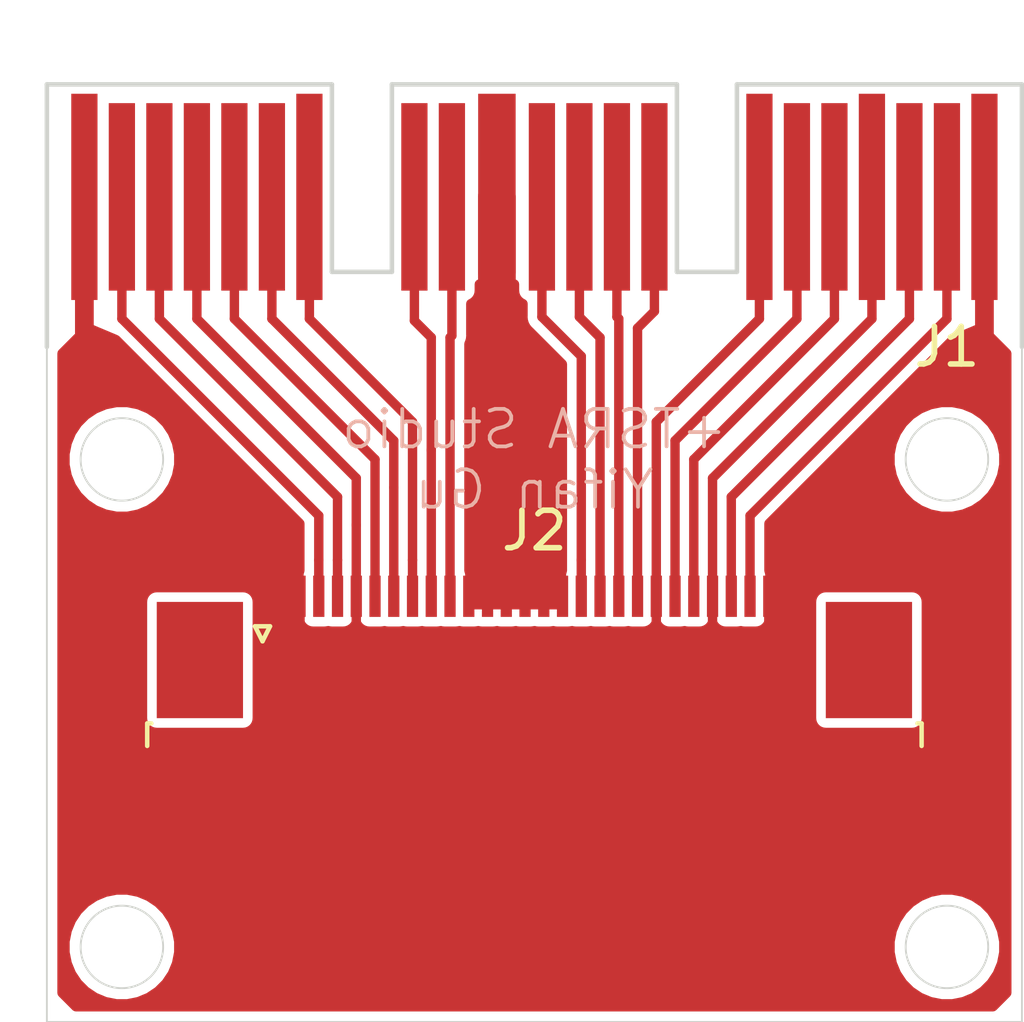
<source format=kicad_pcb>
(kicad_pcb (version 20171130) (host pcbnew "(5.1.6)-1")

  (general
    (thickness 1.6)
    (drawings 8)
    (tracks 78)
    (zones 0)
    (modules 2)
    (nets 18)
  )

  (page A4)
  (title_block
    (title "CFExpress - M.2 Adapter - CFExpress End")
    (date 2020-07-28)
    (rev 2)
  )

  (layers
    (0 F.Cu signal)
    (31 B.Cu signal)
    (32 B.Adhes user)
    (33 F.Adhes user)
    (34 B.Paste user)
    (35 F.Paste user)
    (36 B.SilkS user)
    (37 F.SilkS user)
    (38 B.Mask user)
    (39 F.Mask user)
    (40 Dwgs.User user)
    (41 Cmts.User user)
    (42 Eco1.User user)
    (43 Eco2.User user)
    (44 Edge.Cuts user)
    (45 Margin user)
    (46 B.CrtYd user)
    (47 F.CrtYd user)
    (48 B.Fab user)
    (49 F.Fab user)
  )

  (setup
    (last_trace_width 0.25)
    (user_trace_width 0.25)
    (user_trace_width 0.5)
    (user_trace_width 1)
    (trace_clearance 0.2)
    (zone_clearance 0.254)
    (zone_45_only no)
    (trace_min 0.2)
    (via_size 0.8)
    (via_drill 0.4)
    (via_min_size 0.45)
    (via_min_drill 0.254)
    (user_via 0.508 0.254)
    (user_via 0.8 0.4)
    (uvia_size 0.3)
    (uvia_drill 0.1)
    (uvias_allowed no)
    (uvia_min_size 0.2)
    (uvia_min_drill 0.1)
    (edge_width 0.05)
    (segment_width 0.2)
    (pcb_text_width 0.3)
    (pcb_text_size 1.5 1.5)
    (mod_edge_width 0.12)
    (mod_text_size 1 1)
    (mod_text_width 0.15)
    (pad_size 1.524 1.524)
    (pad_drill 0.762)
    (pad_to_mask_clearance 0.05)
    (aux_axis_origin 0 0)
    (visible_elements 7FFFFFFF)
    (pcbplotparams
      (layerselection 0x010fc_ffffffff)
      (usegerberextensions true)
      (usegerberattributes true)
      (usegerberadvancedattributes true)
      (creategerberjobfile false)
      (excludeedgelayer true)
      (linewidth 0.100000)
      (plotframeref false)
      (viasonmask false)
      (mode 1)
      (useauxorigin false)
      (hpglpennumber 1)
      (hpglpenspeed 20)
      (hpglpendiameter 15.000000)
      (psnegative false)
      (psa4output false)
      (plotreference true)
      (plotvalue true)
      (plotinvisibletext false)
      (padsonsilk false)
      (subtractmaskfromsilk false)
      (outputformat 1)
      (mirror false)
      (drillshape 0)
      (scaleselection 1)
      (outputdirectory "drill/"))
  )

  (net 0 "")
  (net 1 "Net-(J1-Pad19)")
  (net 2 "Net-(J1-Pad17)")
  (net 3 "Net-(J1-Pad16)")
  (net 4 "Net-(J1-Pad14)")
  (net 5 "Net-(J1-Pad13)")
  (net 6 "Net-(J1-Pad12)")
  (net 7 "Net-(J1-Pad11)")
  (net 8 "Net-(J1-Pad9)")
  (net 9 "Net-(J1-Pad8)")
  (net 10 "Net-(J1-Pad7)")
  (net 11 "Net-(J1-Pad6)")
  (net 12 "Net-(J1-Pad5)")
  (net 13 "Net-(J1-Pad3)")
  (net 14 "Net-(J1-Pad2)")
  (net 15 "Net-(J1-Pad20)")
  (net 16 GND)
  (net 17 +3V3)

  (net_class Default "This is the default net class."
    (clearance 0.2)
    (trace_width 0.25)
    (via_dia 0.8)
    (via_drill 0.4)
    (uvia_dia 0.3)
    (uvia_drill 0.1)
    (add_net +3V3)
    (add_net GND)
    (add_net "Net-(J1-Pad11)")
    (add_net "Net-(J1-Pad12)")
    (add_net "Net-(J1-Pad13)")
    (add_net "Net-(J1-Pad14)")
    (add_net "Net-(J1-Pad16)")
    (add_net "Net-(J1-Pad17)")
    (add_net "Net-(J1-Pad19)")
    (add_net "Net-(J1-Pad2)")
    (add_net "Net-(J1-Pad20)")
    (add_net "Net-(J1-Pad3)")
    (add_net "Net-(J1-Pad5)")
    (add_net "Net-(J1-Pad6)")
    (add_net "Net-(J1-Pad7)")
    (add_net "Net-(J1-Pad8)")
    (add_net "Net-(J1-Pad9)")
  )

  (module cfxnvme:CFExpress_Media (layer F.Cu) (tedit 5F247D15) (tstamp 5F1CC790)
    (at 49 48)
    (path /5F1D0AE9)
    (fp_text reference J1 (at 25 9) (layer F.SilkS)
      (effects (font (size 1 1) (thickness 0.15)))
    )
    (fp_text value CFExpress_Media (at 8 9) (layer F.Fab)
      (effects (font (size 1 1) (thickness 0.15)))
    )
    (fp_line (start 27 2) (end 27 9) (layer Edge.Cuts) (width 0.12))
    (fp_line (start 19.4 2) (end 27 2) (layer Edge.Cuts) (width 0.12))
    (fp_line (start 19.4 7) (end 19.4 2) (layer Edge.Cuts) (width 0.12))
    (fp_line (start 17.8 7) (end 19.4 7) (layer Edge.Cuts) (width 0.12))
    (fp_line (start 17.8 2) (end 17.8 7) (layer Edge.Cuts) (width 0.12))
    (fp_line (start 10.2 2) (end 17.8 2) (layer Edge.Cuts) (width 0.12))
    (fp_line (start 10.2 7) (end 10.2 2) (layer Edge.Cuts) (width 0.12))
    (fp_line (start 8.6 7) (end 10.2 7) (layer Edge.Cuts) (width 0.12))
    (fp_line (start 8.6 2) (end 8.6 7) (layer Edge.Cuts) (width 0.12))
    (fp_line (start 1 2) (end 8.6 2) (layer Edge.Cuts) (width 0.12))
    (fp_line (start 1 9) (end 1 2) (layer Edge.Cuts) (width 0.12))
    (pad 20 connect rect (at 25 5) (size 0.7 5) (layers F.Cu F.Mask)
      (net 15 "Net-(J1-Pad20)"))
    (pad 1 connect rect (at 2 5) (size 0.7 5.5) (layers F.Cu F.Mask)
      (net 16 GND))
    (pad 2 connect rect (at 3 5) (size 0.7 5) (layers F.Cu F.Mask)
      (net 14 "Net-(J1-Pad2)"))
    (pad 3 connect rect (at 4 5) (size 0.7 5) (layers F.Cu F.Mask)
      (net 13 "Net-(J1-Pad3)"))
    (pad 4 connect rect (at 5 5) (size 0.7 5) (layers F.Cu F.Mask)
      (net 16 GND))
    (pad 5 connect rect (at 6 5) (size 0.7 5) (layers F.Cu F.Mask)
      (net 12 "Net-(J1-Pad5)"))
    (pad 6 connect rect (at 7 5) (size 0.7 5) (layers F.Cu F.Mask)
      (net 11 "Net-(J1-Pad6)"))
    (pad 7 connect rect (at 8 5) (size 0.7 5.5) (layers F.Cu F.Mask)
      (net 10 "Net-(J1-Pad7)"))
    (pad 8 connect rect (at 10.8 5) (size 0.7 5) (layers F.Cu F.Mask)
      (net 9 "Net-(J1-Pad8)"))
    (pad 9 connect rect (at 11.8 5) (size 0.7 5) (layers F.Cu F.Mask)
      (net 8 "Net-(J1-Pad9)"))
    (pad 10 connect rect (at 13 5) (size 1 5.5) (layers F.Cu F.Mask)
      (net 17 +3V3))
    (pad 11 connect rect (at 14.2 5) (size 0.7 5) (layers F.Cu F.Mask)
      (net 7 "Net-(J1-Pad11)"))
    (pad 12 connect rect (at 15.2 5) (size 0.7 5) (layers F.Cu F.Mask)
      (net 6 "Net-(J1-Pad12)"))
    (pad 13 connect rect (at 16.2 5) (size 0.7 5) (layers F.Cu F.Mask)
      (net 5 "Net-(J1-Pad13)"))
    (pad 14 connect rect (at 17.2 5) (size 0.7 5) (layers F.Cu F.Mask)
      (net 4 "Net-(J1-Pad14)"))
    (pad 15 connect rect (at 20 5) (size 0.7 5.5) (layers F.Cu F.Mask)
      (net 16 GND))
    (pad 16 connect rect (at 21 5) (size 0.7 5) (layers F.Cu F.Mask)
      (net 3 "Net-(J1-Pad16)"))
    (pad 17 connect rect (at 22 5) (size 0.7 5) (layers F.Cu F.Mask)
      (net 2 "Net-(J1-Pad17)"))
    (pad 18 connect rect (at 23 5) (size 0.7 5.5) (layers F.Cu F.Mask)
      (net 16 GND))
    (pad 19 connect rect (at 24 5) (size 0.7 5) (layers F.Cu F.Mask)
      (net 1 "Net-(J1-Pad19)"))
    (pad 21 connect rect (at 26 5) (size 0.7 5.5) (layers F.Cu F.Mask)
      (net 16 GND))
  )

  (module Connector_FFC-FPC:TE_3-1734839-0_1x30-1MP_P0.5mm_Horizontal (layer F.Cu) (tedit 5DB5C65C) (tstamp 5F1CC7D1)
    (at 63 65)
    (descr "TE FPC connector, 30 top-side contacts, 0.5mm pitch, SMT, https://www.te.com/commerce/DocumentDelivery/DDEController?Action=showdoc&DocId=Customer+Drawing%7F1734839%7FC%7Fpdf%7FEnglish%7FENG_CD_1734839_C_C_1734839.pdf%7F4-1734839-0")
    (tags "te fpc 1734839")
    (path /5F21BE61)
    (attr smd)
    (fp_text reference J2 (at 0 -3.1) (layer F.SilkS)
      (effects (font (size 1 1) (thickness 0.15)))
    )
    (fp_text value Conn_01x30_Female (at 0 3.25) (layer Dwgs.User)
      (effects (font (size 0.5 0.5) (thickness 0.08)))
    )
    (fp_line (start 10.72 -2.4) (end -10.72 -2.4) (layer F.CrtYd) (width 0.05))
    (fp_line (start 10.72 4.25) (end 10.72 -2.4) (layer F.CrtYd) (width 0.05))
    (fp_line (start -10.72 4.25) (end 10.72 4.25) (layer F.CrtYd) (width 0.05))
    (fp_line (start -10.72 -2.4) (end -10.72 4.25) (layer F.CrtYd) (width 0.05))
    (fp_line (start 10.105 2.75) (end -10.105 2.75) (layer Dwgs.User) (width 0.1))
    (fp_line (start -7.05 -0.55) (end -7.45 -0.55) (layer F.SilkS) (width 0.12))
    (fp_line (start -7.25 -0.15) (end -7.05 -0.55) (layer F.SilkS) (width 0.12))
    (fp_line (start -7.45 -0.55) (end -7.25 -0.15) (layer F.SilkS) (width 0.12))
    (fp_line (start 10.325 2.04) (end 10.325 2.64) (layer F.SilkS) (width 0.12))
    (fp_line (start 10.215 2.04) (end 10.325 2.04) (layer F.SilkS) (width 0.12))
    (fp_line (start -10.325 2.04) (end -10.325 2.64) (layer F.SilkS) (width 0.12))
    (fp_line (start -10.215 2.04) (end -10.325 2.04) (layer F.SilkS) (width 0.12))
    (fp_line (start -7.25 0.15) (end -6.85 -0.65) (layer F.Fab) (width 0.1))
    (fp_line (start -7.65 -0.65) (end -7.25 0.15) (layer F.Fab) (width 0.1))
    (fp_line (start -9.56 2.15) (end -9.56 -0.65) (layer F.Fab) (width 0.1))
    (fp_line (start -10.215 2.15) (end -9.56 2.15) (layer F.Fab) (width 0.1))
    (fp_line (start -10.215 3.75) (end -10.215 2.15) (layer F.Fab) (width 0.1))
    (fp_line (start 10.215 3.75) (end -10.215 3.75) (layer F.Fab) (width 0.1))
    (fp_line (start 10.215 2.15) (end 10.215 3.75) (layer F.Fab) (width 0.1))
    (fp_line (start 9.56 2.15) (end 10.215 2.15) (layer F.Fab) (width 0.1))
    (fp_line (start 9.56 -0.65) (end 9.56 2.15) (layer F.Fab) (width 0.1))
    (fp_line (start -9.56 -0.65) (end 9.56 -0.65) (layer F.Fab) (width 0.1))
    (fp_text user %R (at 0 1.55) (layer F.Fab)
      (effects (font (size 1 1) (thickness 0.15)))
    )
    (pad MP smd rect (at 8.92 0.35) (size 2.3 3.1) (layers F.Cu F.Paste F.Mask))
    (pad MP smd rect (at -8.92 0.35) (size 2.3 3.1) (layers F.Cu F.Paste F.Mask))
    (pad 30 smd rect (at 7.25 -1.35) (size 0.3 1.1) (layers F.Cu F.Paste F.Mask)
      (net 16 GND))
    (pad 29 smd rect (at 6.75 -1.35) (size 0.3 1.1) (layers F.Cu F.Paste F.Mask)
      (net 16 GND))
    (pad 28 smd rect (at 6.25 -1.35) (size 0.3 1.1) (layers F.Cu F.Paste F.Mask)
      (net 16 GND))
    (pad 27 smd rect (at 5.75 -1.35) (size 0.3 1.1) (layers F.Cu F.Paste F.Mask)
      (net 15 "Net-(J1-Pad20)"))
    (pad 26 smd rect (at 5.25 -1.35) (size 0.3 1.1) (layers F.Cu F.Paste F.Mask)
      (net 1 "Net-(J1-Pad19)"))
    (pad 25 smd rect (at 4.75 -1.35) (size 0.3 1.1) (layers F.Cu F.Paste F.Mask)
      (net 16 GND))
    (pad 24 smd rect (at 4.25 -1.35) (size 0.3 1.1) (layers F.Cu F.Paste F.Mask)
      (net 2 "Net-(J1-Pad17)"))
    (pad 23 smd rect (at 3.75 -1.35) (size 0.3 1.1) (layers F.Cu F.Paste F.Mask)
      (net 3 "Net-(J1-Pad16)"))
    (pad 22 smd rect (at 3.25 -1.35) (size 0.3 1.1) (layers F.Cu F.Paste F.Mask)
      (net 16 GND))
    (pad 21 smd rect (at 2.75 -1.35) (size 0.3 1.1) (layers F.Cu F.Paste F.Mask)
      (net 4 "Net-(J1-Pad14)"))
    (pad 20 smd rect (at 2.25 -1.35) (size 0.3 1.1) (layers F.Cu F.Paste F.Mask)
      (net 5 "Net-(J1-Pad13)"))
    (pad 19 smd rect (at 1.75 -1.35) (size 0.3 1.1) (layers F.Cu F.Paste F.Mask)
      (net 6 "Net-(J1-Pad12)"))
    (pad 18 smd rect (at 1.25 -1.35) (size 0.3 1.1) (layers F.Cu F.Paste F.Mask)
      (net 7 "Net-(J1-Pad11)"))
    (pad 17 smd rect (at 0.75 -1.35) (size 0.3 1.1) (layers F.Cu F.Paste F.Mask)
      (net 17 +3V3))
    (pad 16 smd rect (at 0.25 -1.35) (size 0.3 1.1) (layers F.Cu F.Paste F.Mask)
      (net 17 +3V3))
    (pad 15 smd rect (at -0.25 -1.35) (size 0.3 1.1) (layers F.Cu F.Paste F.Mask)
      (net 17 +3V3))
    (pad 14 smd rect (at -0.75 -1.35) (size 0.3 1.1) (layers F.Cu F.Paste F.Mask)
      (net 17 +3V3))
    (pad 13 smd rect (at -1.25 -1.35) (size 0.3 1.1) (layers F.Cu F.Paste F.Mask)
      (net 17 +3V3))
    (pad 12 smd rect (at -1.75 -1.35) (size 0.3 1.1) (layers F.Cu F.Paste F.Mask)
      (net 17 +3V3))
    (pad 11 smd rect (at -2.25 -1.35) (size 0.3 1.1) (layers F.Cu F.Paste F.Mask)
      (net 8 "Net-(J1-Pad9)"))
    (pad 10 smd rect (at -2.75 -1.35) (size 0.3 1.1) (layers F.Cu F.Paste F.Mask)
      (net 9 "Net-(J1-Pad8)"))
    (pad 9 smd rect (at -3.25 -1.35) (size 0.3 1.1) (layers F.Cu F.Paste F.Mask)
      (net 10 "Net-(J1-Pad7)"))
    (pad 8 smd rect (at -3.75 -1.35) (size 0.3 1.1) (layers F.Cu F.Paste F.Mask)
      (net 11 "Net-(J1-Pad6)"))
    (pad 7 smd rect (at -4.25 -1.35) (size 0.3 1.1) (layers F.Cu F.Paste F.Mask)
      (net 12 "Net-(J1-Pad5)"))
    (pad 6 smd rect (at -4.75 -1.35) (size 0.3 1.1) (layers F.Cu F.Paste F.Mask)
      (net 16 GND))
    (pad 5 smd rect (at -5.25 -1.35) (size 0.3 1.1) (layers F.Cu F.Paste F.Mask)
      (net 13 "Net-(J1-Pad3)"))
    (pad 4 smd rect (at -5.75 -1.35) (size 0.3 1.1) (layers F.Cu F.Paste F.Mask)
      (net 14 "Net-(J1-Pad2)"))
    (pad 3 smd rect (at -6.25 -1.35) (size 0.3 1.1) (layers F.Cu F.Paste F.Mask)
      (net 16 GND))
    (pad 2 smd rect (at -6.75 -1.35) (size 0.3 1.1) (layers F.Cu F.Paste F.Mask)
      (net 16 GND))
    (pad 1 smd rect (at -7.25 -1.35) (size 0.3 1.1) (layers F.Cu F.Paste F.Mask)
      (net 16 GND))
    (model ${KISYS3DMOD}/Connector_FFC-FPC.3dshapes/TE_3-1734839-0_1x30-1MP_P0.5mm_Horizontal.wrl
      (at (xyz 0 0 0))
      (scale (xyz 1 1 1))
      (rotate (xyz 0 0 0))
    )
  )

  (gr_circle (center 74 73) (end 75.1 73) (layer Edge.Cuts) (width 0.05))
  (gr_circle (center 52 73) (end 53.1 73) (layer Edge.Cuts) (width 0.05))
  (gr_text "+TSRA Studio\nYifan Gu" (at 63 60) (layer B.SilkS)
    (effects (font (size 1 1) (thickness 0.1)) (justify mirror))
  )
  (gr_circle (center 52 60) (end 53.1 60) (layer Edge.Cuts) (width 0.05))
  (gr_circle (center 74 60) (end 75.1 60) (layer Edge.Cuts) (width 0.05))
  (gr_line (start 76 75) (end 76 57) (angle 90) (layer Edge.Cuts) (width 0.05))
  (gr_line (start 50 75) (end 76 75) (angle 90) (layer Edge.Cuts) (width 0.05))
  (gr_line (start 50 57) (end 50 75) (angle 90) (layer Edge.Cuts) (width 0.05))

  (segment (start 73 53) (end 73 56.25) (width 0.25) (layer F.Cu) (net 1) (status 400000))
  (segment (start 73 56.25) (end 68.25 61) (width 0.25) (layer F.Cu) (net 1) (tstamp 5F1CCE9F))
  (segment (start 68.25 63.65) (end 68.25 61) (width 0.25) (layer F.Cu) (net 1))
  (segment (start 71 53) (end 71 56.25) (width 0.25) (layer F.Cu) (net 2) (status 400000))
  (segment (start 71 56.25) (end 67.25 60) (width 0.25) (layer F.Cu) (net 2) (tstamp 5F1CCE95))
  (segment (start 67.25 63.65) (end 67.25 60) (width 0.25) (layer F.Cu) (net 2))
  (segment (start 70 53) (end 70 56.25) (width 0.25) (layer F.Cu) (net 3) (status 400000))
  (segment (start 70 56.25) (end 66.75 59.5) (width 0.25) (layer F.Cu) (net 3) (tstamp 5F1CCE90))
  (segment (start 66.75 63.65) (end 66.75 59.5) (width 0.25) (layer F.Cu) (net 3))
  (segment (start 66.2 56.05) (end 66.2 53) (width 0.25) (layer F.Cu) (net 4))
  (segment (start 65.75 63.65) (end 65.75 56.5) (width 0.25) (layer F.Cu) (net 4))
  (segment (start 65.75 56.5) (end 66.2 56.05) (width 0.25) (layer F.Cu) (net 4))
  (segment (start 65.2 53) (end 65.2 56.2) (width 0.25) (layer F.Cu) (net 5) (status 400000))
  (segment (start 65.2 56.2) (end 65.25 56.25) (width 0.25) (layer F.Cu) (net 5) (tstamp 5F1CCE7F))
  (segment (start 65.25 63.65) (end 65.25 56.25) (width 0.25) (layer F.Cu) (net 5))
  (segment (start 64.2 56.2) (end 64.2 53) (width 0.25) (layer F.Cu) (net 6))
  (segment (start 64.75 63.65) (end 64.75 56.75) (width 0.25) (layer F.Cu) (net 6))
  (segment (start 64.75 56.75) (end 64.2 56.2) (width 0.25) (layer F.Cu) (net 6))
  (segment (start 63.2 53) (end 63.2 56.2) (width 0.25) (layer F.Cu) (net 7) (status 400000))
  (segment (start 63.2 56.2) (end 64.25 57.25) (width 0.25) (layer F.Cu) (net 7) (tstamp 5F1CCE76))
  (segment (start 64.25 62.685) (end 64.25 63.65) (width 0.25) (layer F.Cu) (net 7))
  (segment (start 64.25 57.25) (end 64.25 62.685) (width 0.25) (layer F.Cu) (net 7))
  (segment (start 60.8 56.7) (end 60.8 53) (width 0.25) (layer F.Cu) (net 8))
  (segment (start 60.75 63.65) (end 60.75 56.75) (width 0.25) (layer F.Cu) (net 8))
  (segment (start 60.75 56.75) (end 60.8 56.7) (width 0.25) (layer F.Cu) (net 8))
  (segment (start 59.8 53) (end 59.8 56.3) (width 0.25) (layer F.Cu) (net 9) (status 400000))
  (segment (start 59.8 56.3) (end 60.25 56.75) (width 0.25) (layer F.Cu) (net 9) (tstamp 5F1CCE48))
  (segment (start 60.25 59.75) (end 60.25 63.65) (width 0.25) (layer F.Cu) (net 9))
  (segment (start 60.25 56.75) (end 60.25 59.75) (width 0.25) (layer F.Cu) (net 9))
  (segment (start 57 53) (end 57 56.25) (width 0.25) (layer F.Cu) (net 10) (status 400000))
  (segment (start 57 56.25) (end 59.75 59) (width 0.25) (layer F.Cu) (net 10) (tstamp 5F1CCE4C))
  (segment (start 59.75 62.685) (end 59.75 63.65) (width 0.25) (layer F.Cu) (net 10))
  (segment (start 59.75 59) (end 59.75 62.685) (width 0.25) (layer F.Cu) (net 10))
  (segment (start 56 53) (end 56 56.25) (width 0.25) (layer F.Cu) (net 11) (status 400000))
  (segment (start 56 56.25) (end 59.25 59.5) (width 0.25) (layer F.Cu) (net 11) (tstamp 5F1CCE53))
  (segment (start 59.25 60.75) (end 59.25 63.65) (width 0.25) (layer F.Cu) (net 11))
  (segment (start 59.25 59.5) (end 59.25 60.75) (width 0.25) (layer F.Cu) (net 11))
  (segment (start 55 53) (end 55 56.25) (width 0.25) (layer F.Cu) (net 12) (status 400000))
  (segment (start 55 56.25) (end 58.75 60) (width 0.25) (layer F.Cu) (net 12) (tstamp 5F1CCE58))
  (segment (start 58.75 60) (end 58.75 63.65) (width 0.25) (layer F.Cu) (net 12))
  (segment (start 53 53) (end 53 56.25) (width 0.25) (layer F.Cu) (net 13) (status 400000))
  (segment (start 53 56.25) (end 57.75 61) (width 0.25) (layer F.Cu) (net 13) (tstamp 5F1CCE62))
  (segment (start 57.75 62.685) (end 57.75 63.65) (width 0.25) (layer F.Cu) (net 13))
  (segment (start 57.75 61) (end 57.75 62.685) (width 0.25) (layer F.Cu) (net 13))
  (segment (start 52 53) (end 52 56.25) (width 0.25) (layer F.Cu) (net 14) (status 400000))
  (segment (start 52 56.25) (end 57.25 61.5) (width 0.25) (layer F.Cu) (net 14) (tstamp 5F1CCE67))
  (segment (start 57.25 62.685) (end 57.25 63.65) (width 0.25) (layer F.Cu) (net 14))
  (segment (start 57.25 61.5) (end 57.25 62.685) (width 0.25) (layer F.Cu) (net 14))
  (segment (start 74 56.25) (end 74 53) (width 0.25) (layer F.Cu) (net 15))
  (segment (start 68.75 63.65) (end 68.75 61.5) (width 0.25) (layer F.Cu) (net 15))
  (segment (start 68.75 61.5) (end 74 56.25) (width 0.25) (layer F.Cu) (net 15))
  (segment (start 69 53) (end 69 56.25) (width 0.25) (layer F.Cu) (net 16) (status 400000))
  (segment (start 69 56.25) (end 66.25 59) (width 0.25) (layer F.Cu) (net 16) (tstamp 5F1CCE87))
  (segment (start 54 53) (end 54 56.25) (width 0.25) (layer F.Cu) (net 16) (status 400000))
  (segment (start 54 56.25) (end 58.25 60.5) (width 0.25) (layer F.Cu) (net 16) (tstamp 5F1CCE5D))
  (segment (start 51 53) (end 51 57.5) (width 0.5) (layer F.Cu) (net 16))
  (segment (start 75 53) (end 75 57.5) (width 0.5) (layer F.Cu) (net 16))
  (segment (start 58.25 61.75) (end 58.25 63.65) (width 0.25) (layer F.Cu) (net 16))
  (segment (start 58.25 60.5) (end 58.25 61.75) (width 0.25) (layer F.Cu) (net 16))
  (segment (start 66.25 63.65) (end 66.25 59) (width 0.25) (layer F.Cu) (net 16))
  (segment (start 72 56.25) (end 72 53) (width 0.25) (layer F.Cu) (net 16))
  (segment (start 67.75 63.65) (end 67.75 60.5) (width 0.25) (layer F.Cu) (net 16))
  (segment (start 67.75 60.5) (end 72 56.25) (width 0.25) (layer F.Cu) (net 16))
  (segment (start 66.25 64.435002) (end 66.814998 65) (width 0.25) (layer F.Cu) (net 16))
  (segment (start 66.25 63.65) (end 66.25 64.435002) (width 0.25) (layer F.Cu) (net 16))
  (segment (start 67.75 64.435002) (end 67.75 63.65) (width 0.25) (layer F.Cu) (net 16))
  (segment (start 67.185002 65) (end 67.75 64.435002) (width 0.25) (layer F.Cu) (net 16))
  (segment (start 66.814998 65) (end 67.185002 65) (width 0.25) (layer F.Cu) (net 16))
  (segment (start 69.25 64.435002) (end 69.25 63.65) (width 0.25) (layer F.Cu) (net 16))
  (segment (start 68.685002 65) (end 69.25 64.435002) (width 0.25) (layer F.Cu) (net 16))
  (segment (start 67.185002 65) (end 68.685002 65) (width 0.25) (layer F.Cu) (net 16))
  (segment (start 58.25 63.65) (end 58.25 64.75) (width 0.25) (layer F.Cu) (net 16))
  (segment (start 58.25 64.75) (end 58 65) (width 0.25) (layer F.Cu) (net 16))
  (segment (start 56.75 63.65) (end 56.75 64.75) (width 0.25) (layer F.Cu) (net 16))
  (segment (start 56.75 64.75) (end 57 65) (width 0.25) (layer F.Cu) (net 16))
  (segment (start 57 65) (end 58 65) (width 0.25) (layer F.Cu) (net 16))
  (segment (start 62 53) (end 62 55) (width 1) (layer F.Cu) (net 17))
  (segment (start 62 53) (end 62 58.25) (width 1) (layer F.Cu) (net 17))

  (zone (net 16) (net_name GND) (layer F.Cu) (tstamp 5F25082E) (hatch edge 0.508)
    (connect_pads yes (clearance 0.254))
    (min_thickness 0.254)
    (fill yes (arc_segments 32) (thermal_gap 1) (thermal_bridge_width 1) (smoothing chamfer) (radius 1))
    (polygon
      (pts
        (xy 76 75) (xy 50 75) (xy 50 56.4) (xy 52.2 56.4) (xy 57.2 61.5)
        (xy 57.2 62.8) (xy 68.8 62.8) (xy 68.8 61.5) (xy 73.8 56.4) (xy 76 56.4)
      )
    )
    (filled_polygon
      (pts
        (xy 51.841679 56.80727) (xy 56.744 61.709592) (xy 56.744001 62.660137) (xy 56.744 62.660147) (xy 56.744 62.96107)
        (xy 56.724513 63.025311) (xy 56.717157 63.1) (xy 56.717157 64.2) (xy 56.724513 64.274689) (xy 56.746299 64.346508)
        (xy 56.781678 64.412696) (xy 56.829289 64.470711) (xy 56.887304 64.518322) (xy 56.953492 64.553701) (xy 57.025311 64.575487)
        (xy 57.1 64.582843) (xy 57.4 64.582843) (xy 57.474689 64.575487) (xy 57.5 64.567809) (xy 57.525311 64.575487)
        (xy 57.6 64.582843) (xy 57.9 64.582843) (xy 57.974689 64.575487) (xy 58.046508 64.553701) (xy 58.112696 64.518322)
        (xy 58.170711 64.470711) (xy 58.218322 64.412696) (xy 58.25 64.353432) (xy 58.281678 64.412696) (xy 58.329289 64.470711)
        (xy 58.387304 64.518322) (xy 58.453492 64.553701) (xy 58.525311 64.575487) (xy 58.6 64.582843) (xy 58.9 64.582843)
        (xy 58.974689 64.575487) (xy 59 64.567809) (xy 59.025311 64.575487) (xy 59.1 64.582843) (xy 59.4 64.582843)
        (xy 59.474689 64.575487) (xy 59.5 64.567809) (xy 59.525311 64.575487) (xy 59.6 64.582843) (xy 59.9 64.582843)
        (xy 59.974689 64.575487) (xy 60 64.567809) (xy 60.025311 64.575487) (xy 60.1 64.582843) (xy 60.4 64.582843)
        (xy 60.474689 64.575487) (xy 60.5 64.567809) (xy 60.525311 64.575487) (xy 60.6 64.582843) (xy 60.9 64.582843)
        (xy 60.974689 64.575487) (xy 61 64.567809) (xy 61.025311 64.575487) (xy 61.1 64.582843) (xy 61.4 64.582843)
        (xy 61.474689 64.575487) (xy 61.5 64.567809) (xy 61.525311 64.575487) (xy 61.6 64.582843) (xy 61.9 64.582843)
        (xy 61.974689 64.575487) (xy 62 64.567809) (xy 62.025311 64.575487) (xy 62.1 64.582843) (xy 62.4 64.582843)
        (xy 62.474689 64.575487) (xy 62.5 64.567809) (xy 62.525311 64.575487) (xy 62.6 64.582843) (xy 62.9 64.582843)
        (xy 62.974689 64.575487) (xy 63 64.567809) (xy 63.025311 64.575487) (xy 63.1 64.582843) (xy 63.4 64.582843)
        (xy 63.474689 64.575487) (xy 63.5 64.567809) (xy 63.525311 64.575487) (xy 63.6 64.582843) (xy 63.9 64.582843)
        (xy 63.974689 64.575487) (xy 64 64.567809) (xy 64.025311 64.575487) (xy 64.1 64.582843) (xy 64.4 64.582843)
        (xy 64.474689 64.575487) (xy 64.5 64.567809) (xy 64.525311 64.575487) (xy 64.6 64.582843) (xy 64.9 64.582843)
        (xy 64.974689 64.575487) (xy 65 64.567809) (xy 65.025311 64.575487) (xy 65.1 64.582843) (xy 65.4 64.582843)
        (xy 65.474689 64.575487) (xy 65.5 64.567809) (xy 65.525311 64.575487) (xy 65.6 64.582843) (xy 65.9 64.582843)
        (xy 65.974689 64.575487) (xy 66.046508 64.553701) (xy 66.112696 64.518322) (xy 66.170711 64.470711) (xy 66.218322 64.412696)
        (xy 66.25 64.353432) (xy 66.281678 64.412696) (xy 66.329289 64.470711) (xy 66.387304 64.518322) (xy 66.453492 64.553701)
        (xy 66.525311 64.575487) (xy 66.6 64.582843) (xy 66.9 64.582843) (xy 66.974689 64.575487) (xy 67 64.567809)
        (xy 67.025311 64.575487) (xy 67.1 64.582843) (xy 67.4 64.582843) (xy 67.474689 64.575487) (xy 67.546508 64.553701)
        (xy 67.612696 64.518322) (xy 67.670711 64.470711) (xy 67.718322 64.412696) (xy 67.75 64.353432) (xy 67.781678 64.412696)
        (xy 67.829289 64.470711) (xy 67.887304 64.518322) (xy 67.953492 64.553701) (xy 68.025311 64.575487) (xy 68.1 64.582843)
        (xy 68.4 64.582843) (xy 68.474689 64.575487) (xy 68.5 64.567809) (xy 68.525311 64.575487) (xy 68.6 64.582843)
        (xy 68.9 64.582843) (xy 68.974689 64.575487) (xy 69.046508 64.553701) (xy 69.112696 64.518322) (xy 69.170711 64.470711)
        (xy 69.218322 64.412696) (xy 69.253701 64.346508) (xy 69.275487 64.274689) (xy 69.282843 64.2) (xy 69.282843 63.8)
        (xy 70.387157 63.8) (xy 70.387157 66.9) (xy 70.394513 66.974689) (xy 70.416299 67.046508) (xy 70.451678 67.112696)
        (xy 70.499289 67.170711) (xy 70.557304 67.218322) (xy 70.623492 67.253701) (xy 70.695311 67.275487) (xy 70.77 67.282843)
        (xy 73.07 67.282843) (xy 73.144689 67.275487) (xy 73.216508 67.253701) (xy 73.282696 67.218322) (xy 73.340711 67.170711)
        (xy 73.388322 67.112696) (xy 73.423701 67.046508) (xy 73.445487 66.974689) (xy 73.452843 66.9) (xy 73.452843 63.8)
        (xy 73.445487 63.725311) (xy 73.423701 63.653492) (xy 73.388322 63.587304) (xy 73.340711 63.529289) (xy 73.282696 63.481678)
        (xy 73.216508 63.446299) (xy 73.144689 63.424513) (xy 73.07 63.417157) (xy 70.77 63.417157) (xy 70.695311 63.424513)
        (xy 70.623492 63.446299) (xy 70.557304 63.481678) (xy 70.499289 63.529289) (xy 70.451678 63.587304) (xy 70.416299 63.653492)
        (xy 70.394513 63.725311) (xy 70.387157 63.8) (xy 69.282843 63.8) (xy 69.282843 63.1) (xy 69.275487 63.025311)
        (xy 69.256 62.961071) (xy 69.256 61.709591) (xy 71.115165 59.850426) (xy 72.481348 59.850426) (xy 72.481348 60.149574)
        (xy 72.539709 60.442974) (xy 72.654188 60.719351) (xy 72.820386 60.968084) (xy 73.031916 61.179614) (xy 73.280649 61.345812)
        (xy 73.557026 61.460291) (xy 73.850426 61.518652) (xy 74.149574 61.518652) (xy 74.442974 61.460291) (xy 74.719351 61.345812)
        (xy 74.968084 61.179614) (xy 75.179614 60.968084) (xy 75.345812 60.719351) (xy 75.460291 60.442974) (xy 75.518652 60.149574)
        (xy 75.518652 59.850426) (xy 75.460291 59.557026) (xy 75.345812 59.280649) (xy 75.179614 59.031916) (xy 74.968084 58.820386)
        (xy 74.719351 58.654188) (xy 74.442974 58.539709) (xy 74.149574 58.481348) (xy 73.850426 58.481348) (xy 73.557026 58.539709)
        (xy 73.280649 58.654188) (xy 73.031916 58.820386) (xy 72.820386 59.031916) (xy 72.654188 59.280649) (xy 72.539709 59.557026)
        (xy 72.481348 59.850426) (xy 71.115165 59.850426) (xy 74.158323 56.807269) (xy 74.82559 56.527) (xy 74.947394 56.527)
        (xy 75.591317 57.170923) (xy 75.594001 57.175945) (xy 75.594 74.226394) (xy 75.226394 74.594) (xy 50.773606 74.594)
        (xy 50.406 74.226394) (xy 50.406 72.850426) (xy 50.481348 72.850426) (xy 50.481348 73.149574) (xy 50.539709 73.442974)
        (xy 50.654188 73.719351) (xy 50.820386 73.968084) (xy 51.031916 74.179614) (xy 51.280649 74.345812) (xy 51.557026 74.460291)
        (xy 51.850426 74.518652) (xy 52.149574 74.518652) (xy 52.442974 74.460291) (xy 52.719351 74.345812) (xy 52.968084 74.179614)
        (xy 53.179614 73.968084) (xy 53.345812 73.719351) (xy 53.460291 73.442974) (xy 53.518652 73.149574) (xy 53.518652 72.850426)
        (xy 72.481348 72.850426) (xy 72.481348 73.149574) (xy 72.539709 73.442974) (xy 72.654188 73.719351) (xy 72.820386 73.968084)
        (xy 73.031916 74.179614) (xy 73.280649 74.345812) (xy 73.557026 74.460291) (xy 73.850426 74.518652) (xy 74.149574 74.518652)
        (xy 74.442974 74.460291) (xy 74.719351 74.345812) (xy 74.968084 74.179614) (xy 75.179614 73.968084) (xy 75.345812 73.719351)
        (xy 75.460291 73.442974) (xy 75.518652 73.149574) (xy 75.518652 72.850426) (xy 75.460291 72.557026) (xy 75.345812 72.280649)
        (xy 75.179614 72.031916) (xy 74.968084 71.820386) (xy 74.719351 71.654188) (xy 74.442974 71.539709) (xy 74.149574 71.481348)
        (xy 73.850426 71.481348) (xy 73.557026 71.539709) (xy 73.280649 71.654188) (xy 73.031916 71.820386) (xy 72.820386 72.031916)
        (xy 72.654188 72.280649) (xy 72.539709 72.557026) (xy 72.481348 72.850426) (xy 53.518652 72.850426) (xy 53.460291 72.557026)
        (xy 53.345812 72.280649) (xy 53.179614 72.031916) (xy 52.968084 71.820386) (xy 52.719351 71.654188) (xy 52.442974 71.539709)
        (xy 52.149574 71.481348) (xy 51.850426 71.481348) (xy 51.557026 71.539709) (xy 51.280649 71.654188) (xy 51.031916 71.820386)
        (xy 50.820386 72.031916) (xy 50.654188 72.280649) (xy 50.539709 72.557026) (xy 50.481348 72.850426) (xy 50.406 72.850426)
        (xy 50.406 63.8) (xy 52.547157 63.8) (xy 52.547157 66.9) (xy 52.554513 66.974689) (xy 52.576299 67.046508)
        (xy 52.611678 67.112696) (xy 52.659289 67.170711) (xy 52.717304 67.218322) (xy 52.783492 67.253701) (xy 52.855311 67.275487)
        (xy 52.93 67.282843) (xy 55.23 67.282843) (xy 55.304689 67.275487) (xy 55.376508 67.253701) (xy 55.442696 67.218322)
        (xy 55.500711 67.170711) (xy 55.548322 67.112696) (xy 55.583701 67.046508) (xy 55.605487 66.974689) (xy 55.612843 66.9)
        (xy 55.612843 63.8) (xy 55.605487 63.725311) (xy 55.583701 63.653492) (xy 55.548322 63.587304) (xy 55.500711 63.529289)
        (xy 55.442696 63.481678) (xy 55.376508 63.446299) (xy 55.304689 63.424513) (xy 55.23 63.417157) (xy 52.93 63.417157)
        (xy 52.855311 63.424513) (xy 52.783492 63.446299) (xy 52.717304 63.481678) (xy 52.659289 63.529289) (xy 52.611678 63.587304)
        (xy 52.576299 63.653492) (xy 52.554513 63.725311) (xy 52.547157 63.8) (xy 50.406 63.8) (xy 50.406 59.850426)
        (xy 50.481348 59.850426) (xy 50.481348 60.149574) (xy 50.539709 60.442974) (xy 50.654188 60.719351) (xy 50.820386 60.968084)
        (xy 51.031916 61.179614) (xy 51.280649 61.345812) (xy 51.557026 61.460291) (xy 51.850426 61.518652) (xy 52.149574 61.518652)
        (xy 52.442974 61.460291) (xy 52.719351 61.345812) (xy 52.968084 61.179614) (xy 53.179614 60.968084) (xy 53.345812 60.719351)
        (xy 53.460291 60.442974) (xy 53.518652 60.149574) (xy 53.518652 59.850426) (xy 53.460291 59.557026) (xy 53.345812 59.280649)
        (xy 53.179614 59.031916) (xy 52.968084 58.820386) (xy 52.719351 58.654188) (xy 52.442974 58.539709) (xy 52.149574 58.481348)
        (xy 51.850426 58.481348) (xy 51.557026 58.539709) (xy 51.280649 58.654188) (xy 51.031916 58.820386) (xy 50.820386 59.031916)
        (xy 50.654188 59.280649) (xy 50.539709 59.557026) (xy 50.481348 59.850426) (xy 50.406 59.850426) (xy 50.406 57.175945)
        (xy 50.408686 57.17092) (xy 51.052606 56.527) (xy 51.17441 56.527)
      )
    )
  )
  (zone (net 17) (net_name +3V3) (layer F.Cu) (tstamp 5F25082B) (hatch edge 0.508)
    (priority 1)
    (connect_pads yes (clearance 0.254))
    (min_thickness 0.254)
    (fill yes (arc_segments 32) (thermal_gap 0.508) (thermal_bridge_width 0.508))
    (polygon
      (pts
        (xy 64 64) (xy 61 64) (xy 61 55.2) (xy 64 55.2)
      )
    )
    (filled_polygon
      (pts
        (xy 62.467157 55.5) (xy 62.474513 55.574689) (xy 62.496299 55.646508) (xy 62.531678 55.712696) (xy 62.579289 55.770711)
        (xy 62.637304 55.818322) (xy 62.694001 55.848628) (xy 62.694001 56.175144) (xy 62.691553 56.2) (xy 62.701322 56.299192)
        (xy 62.730255 56.394574) (xy 62.752127 56.435492) (xy 62.777242 56.482479) (xy 62.840474 56.559527) (xy 62.85978 56.575371)
        (xy 63.744 57.459592) (xy 63.744001 62.660137) (xy 63.744 62.660147) (xy 63.744 62.96107) (xy 63.724513 63.025311)
        (xy 63.717157 63.1) (xy 63.717157 63.873) (xy 61.282843 63.873) (xy 61.282843 63.1) (xy 61.275487 63.025311)
        (xy 61.256 62.961071) (xy 61.256 56.92029) (xy 61.269745 56.894575) (xy 61.298678 56.799193) (xy 61.306 56.724854)
        (xy 61.306 56.724853) (xy 61.308448 56.7) (xy 61.306 56.675146) (xy 61.306 55.848627) (xy 61.362696 55.818322)
        (xy 61.420711 55.770711) (xy 61.468322 55.712696) (xy 61.503701 55.646508) (xy 61.525487 55.574689) (xy 61.532843 55.5)
        (xy 61.532843 55.327) (xy 62.467157 55.327)
      )
    )
  )
)

</source>
